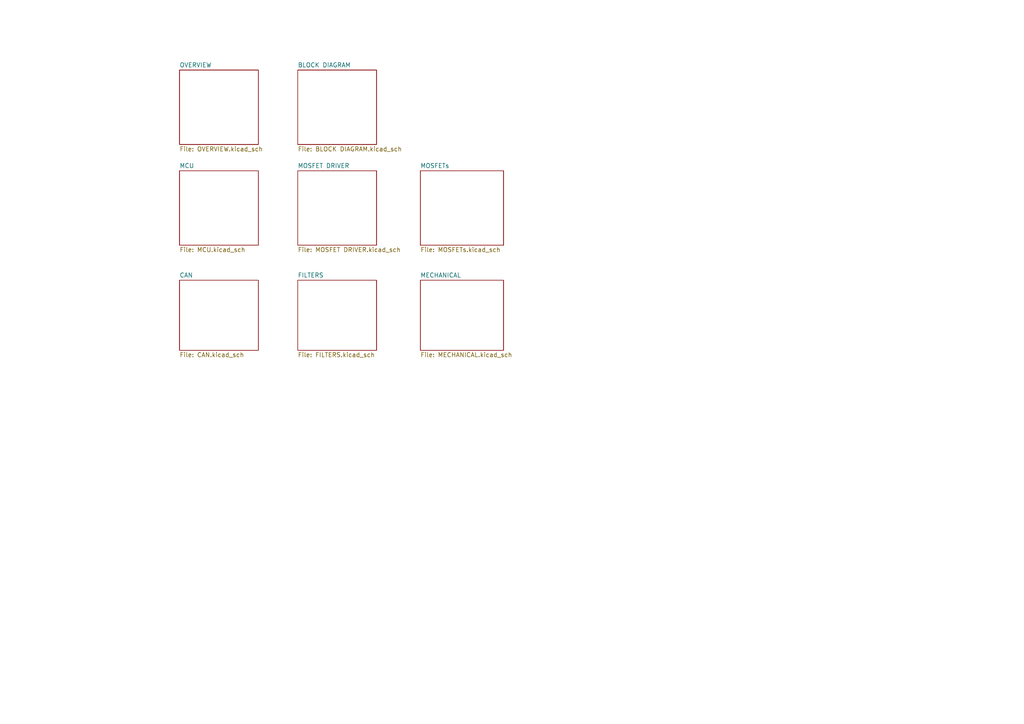
<source format=kicad_sch>
(kicad_sch
	(version 20231120)
	(generator "eeschema")
	(generator_version "8.0")
	(uuid "2cfbeb7a-ca17-4a5c-8f6a-f6e0a6d51029")
	(paper "A4")
	(title_block
		(title "Esempio 1 git - E-S-C")
		(date "2025-02-04")
		(rev "rev01")
		(company "Kineton Società Benefit S.r.l.")
	)
	(lib_symbols)
	(sheet
		(at 52.07 49.53)
		(size 22.86 21.59)
		(fields_autoplaced yes)
		(stroke
			(width 0.1524)
			(type solid)
		)
		(fill
			(color 0 0 0 0.0000)
		)
		(uuid "042c1ba2-0d13-4036-ade6-72b6e612d652")
		(property "Sheetname" "MCU"
			(at 52.07 48.8184 0)
			(effects
				(font
					(size 1.27 1.27)
				)
				(justify left bottom)
			)
		)
		(property "Sheetfile" "MCU.kicad_sch"
			(at 52.07 71.7046 0)
			(effects
				(font
					(size 1.27 1.27)
				)
				(justify left top)
			)
		)
		(instances
			(project "esempio1_git"
				(path "/2cfbeb7a-ca17-4a5c-8f6a-f6e0a6d51029"
					(page "2")
				)
			)
		)
	)
	(sheet
		(at 121.92 81.28)
		(size 24.13 20.32)
		(fields_autoplaced yes)
		(stroke
			(width 0.1524)
			(type solid)
		)
		(fill
			(color 0 0 0 0.0000)
		)
		(uuid "1b2e1f95-bb01-4462-9c2f-8685193cee02")
		(property "Sheetname" "MECHANICAL"
			(at 121.92 80.5684 0)
			(effects
				(font
					(size 1.27 1.27)
				)
				(justify left bottom)
			)
		)
		(property "Sheetfile" "MECHANICAL.kicad_sch"
			(at 121.92 102.1846 0)
			(effects
				(font
					(size 1.27 1.27)
				)
				(justify left top)
			)
		)
		(instances
			(project "esempio1_git"
				(path "/2cfbeb7a-ca17-4a5c-8f6a-f6e0a6d51029"
					(page "7")
				)
			)
		)
	)
	(sheet
		(at 52.07 20.32)
		(size 22.86 21.59)
		(fields_autoplaced yes)
		(stroke
			(width 0.1524)
			(type solid)
		)
		(fill
			(color 0 0 0 0.0000)
		)
		(uuid "2be30390-94d4-46da-8a57-c768082c95fa")
		(property "Sheetname" "OVERVIEW"
			(at 52.07 19.6084 0)
			(effects
				(font
					(size 1.27 1.27)
				)
				(justify left bottom)
			)
		)
		(property "Sheetfile" "OVERVIEW.kicad_sch"
			(at 52.07 42.4946 0)
			(effects
				(font
					(size 1.27 1.27)
				)
				(justify left top)
			)
		)
		(instances
			(project "esempio1_git"
				(path "/2cfbeb7a-ca17-4a5c-8f6a-f6e0a6d51029"
					(page "8")
				)
			)
		)
	)
	(sheet
		(at 86.36 20.32)
		(size 22.86 21.59)
		(fields_autoplaced yes)
		(stroke
			(width 0.1524)
			(type solid)
		)
		(fill
			(color 0 0 0 0.0000)
		)
		(uuid "78e49578-bd2b-4715-aad5-e2db757838db")
		(property "Sheetname" "BLOCK DIAGRAM"
			(at 86.36 19.6084 0)
			(effects
				(font
					(size 1.27 1.27)
				)
				(justify left bottom)
			)
		)
		(property "Sheetfile" "BLOCK DIAGRAM.kicad_sch"
			(at 86.36 42.4946 0)
			(effects
				(font
					(size 1.27 1.27)
				)
				(justify left top)
			)
		)
		(instances
			(project "esempio1_git"
				(path "/2cfbeb7a-ca17-4a5c-8f6a-f6e0a6d51029"
					(page "9")
				)
			)
		)
	)
	(sheet
		(at 121.92 49.53)
		(size 24.13 21.59)
		(fields_autoplaced yes)
		(stroke
			(width 0.1524)
			(type solid)
		)
		(fill
			(color 0 0 0 0.0000)
		)
		(uuid "7b770a41-b744-4d11-a6d0-9b81d424cb2b")
		(property "Sheetname" "MOSFETs"
			(at 121.92 48.8184 0)
			(effects
				(font
					(size 1.27 1.27)
				)
				(justify left bottom)
			)
		)
		(property "Sheetfile" "MOSFETs.kicad_sch"
			(at 121.92 71.7046 0)
			(effects
				(font
					(size 1.27 1.27)
				)
				(justify left top)
			)
		)
		(instances
			(project "esempio1_git"
				(path "/2cfbeb7a-ca17-4a5c-8f6a-f6e0a6d51029"
					(page "4")
				)
			)
		)
	)
	(sheet
		(at 52.07 81.28)
		(size 22.86 20.32)
		(fields_autoplaced yes)
		(stroke
			(width 0.1524)
			(type solid)
		)
		(fill
			(color 0 0 0 0.0000)
		)
		(uuid "7c058092-d255-4e33-af98-c06505f992ff")
		(property "Sheetname" "CAN"
			(at 52.07 80.5684 0)
			(effects
				(font
					(size 1.27 1.27)
				)
				(justify left bottom)
			)
		)
		(property "Sheetfile" "CAN.kicad_sch"
			(at 52.07 102.1846 0)
			(effects
				(font
					(size 1.27 1.27)
				)
				(justify left top)
			)
		)
		(instances
			(project "esempio1_git"
				(path "/2cfbeb7a-ca17-4a5c-8f6a-f6e0a6d51029"
					(page "5")
				)
			)
		)
	)
	(sheet
		(at 86.36 49.53)
		(size 22.86 21.59)
		(fields_autoplaced yes)
		(stroke
			(width 0.1524)
			(type solid)
		)
		(fill
			(color 0 0 0 0.0000)
		)
		(uuid "841c639a-33fc-47b6-83fa-e89b1e922113")
		(property "Sheetname" "MOSFET DRIVER"
			(at 86.36 48.8184 0)
			(effects
				(font
					(size 1.27 1.27)
				)
				(justify left bottom)
			)
		)
		(property "Sheetfile" "MOSFET DRIVER.kicad_sch"
			(at 86.36 71.7046 0)
			(effects
				(font
					(size 1.27 1.27)
				)
				(justify left top)
			)
		)
		(instances
			(project "esempio1_git"
				(path "/2cfbeb7a-ca17-4a5c-8f6a-f6e0a6d51029"
					(page "3")
				)
			)
		)
	)
	(sheet
		(at 86.36 81.28)
		(size 22.86 20.32)
		(fields_autoplaced yes)
		(stroke
			(width 0.1524)
			(type solid)
		)
		(fill
			(color 0 0 0 0.0000)
		)
		(uuid "fb8eb8e0-db94-48d2-b3e0-7cda4d2f88fc")
		(property "Sheetname" "FILTERS"
			(at 86.36 80.5684 0)
			(effects
				(font
					(size 1.27 1.27)
				)
				(justify left bottom)
			)
		)
		(property "Sheetfile" "FILTERS.kicad_sch"
			(at 86.36 102.1846 0)
			(effects
				(font
					(size 1.27 1.27)
				)
				(justify left top)
			)
		)
		(instances
			(project "esempio1_git"
				(path "/2cfbeb7a-ca17-4a5c-8f6a-f6e0a6d51029"
					(page "6")
				)
			)
		)
	)
	(sheet_instances
		(path "/"
			(page "1")
		)
	)
)

</source>
